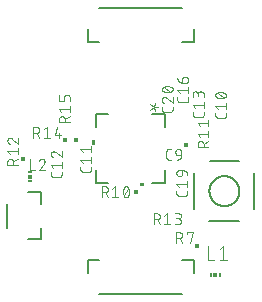
<source format=gbr>
G04 EAGLE Gerber RS-274X export*
G75*
%MOMM*%
%FSLAX34Y34*%
%LPD*%
%INSilkscreen Top*%
%IPPOS*%
%AMOC8*
5,1,8,0,0,1.08239X$1,22.5*%
G01*
%ADD10C,0.152400*%
%ADD11C,0.076200*%
%ADD12R,0.300000X0.300000*%
%ADD13R,0.300000X0.150000*%
%ADD14C,0.203200*%
%ADD15R,0.150000X0.300000*%
%ADD16C,0.101600*%

G36*
X86462Y129970D02*
X86462Y129970D01*
X86464Y129969D01*
X86507Y129989D01*
X86551Y130007D01*
X86551Y130009D01*
X86553Y130010D01*
X86586Y130095D01*
X86586Y133905D01*
X86585Y133907D01*
X86586Y133909D01*
X86566Y133952D01*
X86548Y133996D01*
X86546Y133996D01*
X86545Y133998D01*
X86460Y134031D01*
X83920Y134031D01*
X83918Y134030D01*
X83916Y134031D01*
X83873Y134011D01*
X83829Y133993D01*
X83829Y133991D01*
X83827Y133990D01*
X83794Y133905D01*
X83794Y130095D01*
X83795Y130093D01*
X83794Y130091D01*
X83814Y130048D01*
X83832Y130004D01*
X83834Y130004D01*
X83835Y130002D01*
X83920Y129969D01*
X86460Y129969D01*
X86462Y129970D01*
G37*
G36*
X127907Y94795D02*
X127907Y94795D01*
X127909Y94794D01*
X127952Y94814D01*
X127996Y94832D01*
X127996Y94834D01*
X127998Y94835D01*
X128031Y94920D01*
X128031Y97460D01*
X128030Y97462D01*
X128031Y97464D01*
X128011Y97507D01*
X127993Y97551D01*
X127991Y97551D01*
X127990Y97553D01*
X127905Y97586D01*
X124095Y97586D01*
X124093Y97585D01*
X124091Y97586D01*
X124048Y97566D01*
X124004Y97548D01*
X124004Y97546D01*
X124002Y97545D01*
X123969Y97460D01*
X123969Y94920D01*
X123970Y94918D01*
X123969Y94916D01*
X123989Y94873D01*
X124007Y94829D01*
X124009Y94829D01*
X124010Y94827D01*
X124095Y94794D01*
X127905Y94794D01*
X127907Y94795D01*
G37*
D10*
X40850Y90000D02*
X40850Y80000D01*
X40850Y60000D02*
X40850Y50000D01*
X29600Y50000D01*
X11850Y60000D02*
X11850Y80000D01*
X29600Y90000D02*
X40850Y90000D01*
X80000Y32850D02*
X90000Y32850D01*
X160000Y32850D02*
X170000Y32850D01*
X170000Y21600D01*
X160000Y3850D02*
X90000Y3850D01*
X80000Y21600D02*
X80000Y32850D01*
X160000Y217150D02*
X170000Y217150D01*
X90000Y217150D02*
X80000Y217150D01*
X80000Y228400D01*
X90000Y246150D02*
X160000Y246150D01*
X170000Y228400D02*
X170000Y217150D01*
X86790Y156210D02*
X86790Y145542D01*
X86790Y97790D02*
X97458Y97790D01*
X145210Y97790D02*
X145210Y108458D01*
X145210Y156210D02*
X134542Y156210D01*
X97458Y156210D02*
X86790Y156210D01*
X86790Y108458D02*
X86790Y97790D01*
X134542Y97790D02*
X145210Y97790D01*
X145210Y145542D02*
X145210Y156210D01*
D11*
X139989Y162087D02*
X136010Y162087D01*
X133025Y159766D01*
X136010Y162087D02*
X133025Y164409D01*
X136010Y162087D02*
X137336Y158440D01*
X136010Y162087D02*
X137336Y165735D01*
D12*
X121000Y90000D03*
D11*
X92031Y85731D02*
X92031Y94969D01*
X94597Y94969D01*
X94696Y94967D01*
X94796Y94961D01*
X94895Y94952D01*
X94993Y94938D01*
X95091Y94921D01*
X95189Y94900D01*
X95285Y94875D01*
X95380Y94846D01*
X95475Y94814D01*
X95567Y94778D01*
X95659Y94739D01*
X95749Y94696D01*
X95837Y94650D01*
X95923Y94600D01*
X96007Y94547D01*
X96089Y94491D01*
X96169Y94431D01*
X96246Y94369D01*
X96321Y94303D01*
X96394Y94235D01*
X96463Y94164D01*
X96530Y94090D01*
X96594Y94014D01*
X96655Y93935D01*
X96713Y93854D01*
X96768Y93771D01*
X96819Y93686D01*
X96867Y93599D01*
X96912Y93510D01*
X96953Y93419D01*
X96991Y93327D01*
X97025Y93234D01*
X97055Y93139D01*
X97082Y93043D01*
X97105Y92946D01*
X97124Y92849D01*
X97139Y92750D01*
X97151Y92651D01*
X97159Y92552D01*
X97163Y92453D01*
X97163Y92353D01*
X97159Y92254D01*
X97151Y92155D01*
X97139Y92056D01*
X97124Y91957D01*
X97105Y91860D01*
X97082Y91763D01*
X97055Y91667D01*
X97025Y91572D01*
X96991Y91479D01*
X96953Y91387D01*
X96912Y91296D01*
X96867Y91207D01*
X96819Y91120D01*
X96768Y91035D01*
X96713Y90952D01*
X96655Y90871D01*
X96594Y90792D01*
X96530Y90716D01*
X96463Y90642D01*
X96394Y90571D01*
X96321Y90503D01*
X96246Y90437D01*
X96169Y90375D01*
X96089Y90315D01*
X96007Y90259D01*
X95923Y90206D01*
X95837Y90156D01*
X95749Y90110D01*
X95659Y90067D01*
X95567Y90028D01*
X95475Y89992D01*
X95380Y89960D01*
X95285Y89931D01*
X95189Y89906D01*
X95091Y89885D01*
X94993Y89868D01*
X94895Y89854D01*
X94796Y89845D01*
X94696Y89839D01*
X94597Y89837D01*
X92031Y89837D01*
X95110Y89837D02*
X97163Y85731D01*
X100974Y92916D02*
X103540Y94969D01*
X103540Y85731D01*
X100974Y85731D02*
X106107Y85731D01*
X109974Y90350D02*
X109976Y90532D01*
X109983Y90713D01*
X109994Y90895D01*
X110009Y91076D01*
X110028Y91257D01*
X110052Y91437D01*
X110080Y91616D01*
X110112Y91795D01*
X110149Y91973D01*
X110190Y92150D01*
X110235Y92326D01*
X110284Y92501D01*
X110338Y92675D01*
X110395Y92847D01*
X110457Y93018D01*
X110523Y93188D01*
X110592Y93356D01*
X110666Y93522D01*
X110744Y93686D01*
X110773Y93765D01*
X110805Y93842D01*
X110841Y93919D01*
X110880Y93993D01*
X110923Y94066D01*
X110969Y94136D01*
X111017Y94205D01*
X111069Y94271D01*
X111124Y94335D01*
X111181Y94397D01*
X111241Y94455D01*
X111304Y94512D01*
X111369Y94565D01*
X111436Y94615D01*
X111506Y94663D01*
X111577Y94707D01*
X111651Y94748D01*
X111726Y94786D01*
X111803Y94820D01*
X111881Y94851D01*
X111960Y94878D01*
X112041Y94902D01*
X112123Y94923D01*
X112205Y94939D01*
X112288Y94952D01*
X112372Y94962D01*
X112456Y94967D01*
X112540Y94969D01*
X112624Y94967D01*
X112708Y94962D01*
X112792Y94952D01*
X112875Y94939D01*
X112957Y94923D01*
X113039Y94902D01*
X113120Y94878D01*
X113199Y94851D01*
X113277Y94820D01*
X113354Y94786D01*
X113429Y94748D01*
X113503Y94707D01*
X113574Y94663D01*
X113644Y94615D01*
X113711Y94565D01*
X113776Y94512D01*
X113839Y94455D01*
X113899Y94396D01*
X113956Y94335D01*
X114011Y94271D01*
X114063Y94205D01*
X114111Y94136D01*
X114157Y94066D01*
X114200Y93993D01*
X114239Y93918D01*
X114275Y93842D01*
X114307Y93765D01*
X114336Y93686D01*
X114337Y93686D02*
X114415Y93522D01*
X114489Y93356D01*
X114558Y93188D01*
X114624Y93018D01*
X114686Y92847D01*
X114743Y92675D01*
X114797Y92501D01*
X114846Y92326D01*
X114891Y92150D01*
X114932Y91973D01*
X114969Y91795D01*
X115001Y91616D01*
X115029Y91437D01*
X115053Y91257D01*
X115072Y91076D01*
X115087Y90895D01*
X115098Y90713D01*
X115105Y90532D01*
X115107Y90350D01*
X109975Y90350D02*
X109977Y90168D01*
X109984Y89987D01*
X109995Y89805D01*
X110010Y89624D01*
X110029Y89443D01*
X110053Y89263D01*
X110081Y89084D01*
X110113Y88905D01*
X110150Y88727D01*
X110191Y88550D01*
X110236Y88374D01*
X110285Y88199D01*
X110339Y88025D01*
X110396Y87853D01*
X110458Y87682D01*
X110524Y87512D01*
X110593Y87345D01*
X110667Y87178D01*
X110745Y87014D01*
X110744Y87014D02*
X110773Y86935D01*
X110805Y86858D01*
X110841Y86781D01*
X110880Y86707D01*
X110923Y86634D01*
X110969Y86564D01*
X111017Y86495D01*
X111069Y86429D01*
X111124Y86365D01*
X111181Y86303D01*
X111241Y86245D01*
X111304Y86188D01*
X111369Y86135D01*
X111436Y86085D01*
X111506Y86037D01*
X111577Y85993D01*
X111651Y85952D01*
X111726Y85914D01*
X111803Y85880D01*
X111881Y85849D01*
X111960Y85822D01*
X112041Y85798D01*
X112123Y85777D01*
X112205Y85761D01*
X112288Y85748D01*
X112372Y85738D01*
X112456Y85733D01*
X112540Y85731D01*
X114337Y87014D02*
X114415Y87178D01*
X114489Y87344D01*
X114558Y87512D01*
X114624Y87682D01*
X114686Y87853D01*
X114743Y88025D01*
X114797Y88199D01*
X114846Y88374D01*
X114891Y88550D01*
X114932Y88727D01*
X114969Y88905D01*
X115001Y89084D01*
X115029Y89263D01*
X115053Y89443D01*
X115072Y89624D01*
X115087Y89805D01*
X115098Y89987D01*
X115105Y90168D01*
X115107Y90350D01*
X114336Y87014D02*
X114307Y86935D01*
X114275Y86858D01*
X114239Y86781D01*
X114200Y86707D01*
X114157Y86634D01*
X114111Y86564D01*
X114063Y86495D01*
X114011Y86429D01*
X113956Y86365D01*
X113899Y86303D01*
X113839Y86245D01*
X113776Y86188D01*
X113711Y86135D01*
X113644Y86085D01*
X113574Y86037D01*
X113503Y85993D01*
X113429Y85952D01*
X113354Y85914D01*
X113277Y85880D01*
X113199Y85849D01*
X113120Y85822D01*
X113039Y85798D01*
X112957Y85777D01*
X112875Y85761D01*
X112792Y85748D01*
X112708Y85738D01*
X112624Y85733D01*
X112540Y85731D01*
X110488Y87784D02*
X114593Y92916D01*
X148764Y117431D02*
X150817Y117431D01*
X148764Y117431D02*
X148674Y117433D01*
X148585Y117439D01*
X148496Y117449D01*
X148408Y117462D01*
X148320Y117480D01*
X148233Y117501D01*
X148147Y117526D01*
X148062Y117555D01*
X147978Y117587D01*
X147896Y117623D01*
X147816Y117663D01*
X147738Y117706D01*
X147661Y117753D01*
X147586Y117802D01*
X147514Y117855D01*
X147444Y117911D01*
X147377Y117970D01*
X147312Y118032D01*
X147250Y118097D01*
X147191Y118164D01*
X147135Y118234D01*
X147082Y118306D01*
X147033Y118381D01*
X146986Y118458D01*
X146943Y118536D01*
X146903Y118616D01*
X146867Y118698D01*
X146835Y118782D01*
X146806Y118867D01*
X146781Y118953D01*
X146760Y119040D01*
X146742Y119128D01*
X146729Y119216D01*
X146719Y119305D01*
X146713Y119394D01*
X146711Y119484D01*
X146711Y124616D01*
X146713Y124706D01*
X146719Y124795D01*
X146729Y124884D01*
X146742Y124972D01*
X146760Y125060D01*
X146781Y125147D01*
X146806Y125233D01*
X146835Y125318D01*
X146867Y125402D01*
X146903Y125484D01*
X146943Y125564D01*
X146986Y125642D01*
X147033Y125719D01*
X147082Y125794D01*
X147135Y125866D01*
X147191Y125936D01*
X147250Y126003D01*
X147312Y126068D01*
X147377Y126130D01*
X147444Y126189D01*
X147514Y126245D01*
X147586Y126298D01*
X147661Y126347D01*
X147737Y126394D01*
X147816Y126437D01*
X147896Y126477D01*
X147978Y126513D01*
X148062Y126545D01*
X148147Y126574D01*
X148233Y126599D01*
X148320Y126620D01*
X148407Y126638D01*
X148496Y126651D01*
X148585Y126661D01*
X148674Y126667D01*
X148764Y126669D01*
X150817Y126669D01*
X156290Y121537D02*
X159369Y121537D01*
X156290Y121537D02*
X156200Y121539D01*
X156111Y121545D01*
X156022Y121555D01*
X155933Y121568D01*
X155846Y121586D01*
X155759Y121607D01*
X155673Y121632D01*
X155588Y121661D01*
X155504Y121693D01*
X155422Y121729D01*
X155342Y121769D01*
X155263Y121812D01*
X155187Y121859D01*
X155112Y121908D01*
X155040Y121961D01*
X154970Y122017D01*
X154903Y122076D01*
X154838Y122138D01*
X154776Y122203D01*
X154717Y122270D01*
X154661Y122340D01*
X154608Y122412D01*
X154559Y122487D01*
X154512Y122564D01*
X154469Y122642D01*
X154429Y122722D01*
X154393Y122804D01*
X154361Y122888D01*
X154332Y122973D01*
X154307Y123059D01*
X154286Y123146D01*
X154268Y123234D01*
X154255Y123322D01*
X154245Y123411D01*
X154239Y123500D01*
X154237Y123590D01*
X154237Y124103D01*
X154239Y124202D01*
X154245Y124302D01*
X154254Y124401D01*
X154268Y124499D01*
X154285Y124597D01*
X154306Y124695D01*
X154331Y124791D01*
X154360Y124886D01*
X154392Y124981D01*
X154428Y125073D01*
X154467Y125165D01*
X154510Y125255D01*
X154556Y125343D01*
X154606Y125429D01*
X154659Y125513D01*
X154715Y125595D01*
X154775Y125675D01*
X154837Y125752D01*
X154903Y125827D01*
X154971Y125900D01*
X155042Y125969D01*
X155116Y126036D01*
X155192Y126100D01*
X155271Y126161D01*
X155352Y126219D01*
X155435Y126274D01*
X155520Y126325D01*
X155607Y126373D01*
X155696Y126418D01*
X155787Y126459D01*
X155879Y126497D01*
X155972Y126531D01*
X156067Y126561D01*
X156163Y126588D01*
X156260Y126611D01*
X156357Y126630D01*
X156456Y126645D01*
X156555Y126657D01*
X156654Y126665D01*
X156753Y126669D01*
X156853Y126669D01*
X156952Y126665D01*
X157051Y126657D01*
X157150Y126645D01*
X157249Y126630D01*
X157346Y126611D01*
X157443Y126588D01*
X157539Y126561D01*
X157634Y126531D01*
X157727Y126497D01*
X157819Y126459D01*
X157910Y126418D01*
X157999Y126373D01*
X158086Y126325D01*
X158171Y126274D01*
X158254Y126219D01*
X158335Y126161D01*
X158414Y126100D01*
X158490Y126036D01*
X158564Y125969D01*
X158635Y125900D01*
X158703Y125827D01*
X158769Y125752D01*
X158831Y125675D01*
X158891Y125595D01*
X158947Y125513D01*
X159000Y125429D01*
X159050Y125343D01*
X159096Y125255D01*
X159139Y125165D01*
X159178Y125073D01*
X159214Y124981D01*
X159246Y124886D01*
X159275Y124791D01*
X159300Y124695D01*
X159321Y124597D01*
X159338Y124499D01*
X159352Y124401D01*
X159361Y124302D01*
X159367Y124202D01*
X159369Y124103D01*
X159369Y121537D01*
X159367Y121411D01*
X159361Y121284D01*
X159351Y121158D01*
X159338Y121032D01*
X159320Y120907D01*
X159299Y120783D01*
X159274Y120659D01*
X159245Y120535D01*
X159212Y120413D01*
X159176Y120292D01*
X159136Y120172D01*
X159092Y120054D01*
X159044Y119937D01*
X158993Y119821D01*
X158939Y119707D01*
X158880Y119594D01*
X158819Y119484D01*
X158754Y119375D01*
X158686Y119269D01*
X158614Y119165D01*
X158540Y119063D01*
X158462Y118963D01*
X158381Y118866D01*
X158297Y118771D01*
X158211Y118679D01*
X158121Y118589D01*
X158029Y118503D01*
X157934Y118419D01*
X157837Y118338D01*
X157737Y118260D01*
X157635Y118186D01*
X157531Y118114D01*
X157425Y118046D01*
X157316Y117981D01*
X157206Y117920D01*
X157093Y117861D01*
X156979Y117807D01*
X156863Y117756D01*
X156746Y117708D01*
X156628Y117664D01*
X156508Y117624D01*
X156387Y117588D01*
X156265Y117555D01*
X156141Y117526D01*
X156017Y117501D01*
X155893Y117480D01*
X155768Y117462D01*
X155642Y117449D01*
X155516Y117439D01*
X155389Y117433D01*
X155263Y117431D01*
X197269Y155084D02*
X197269Y157137D01*
X197269Y155084D02*
X197267Y154994D01*
X197261Y154905D01*
X197251Y154816D01*
X197238Y154728D01*
X197220Y154640D01*
X197199Y154553D01*
X197174Y154467D01*
X197145Y154382D01*
X197113Y154298D01*
X197077Y154216D01*
X197037Y154136D01*
X196994Y154058D01*
X196947Y153981D01*
X196898Y153906D01*
X196845Y153834D01*
X196789Y153764D01*
X196730Y153697D01*
X196668Y153632D01*
X196603Y153570D01*
X196536Y153511D01*
X196466Y153455D01*
X196394Y153402D01*
X196319Y153353D01*
X196243Y153306D01*
X196164Y153263D01*
X196084Y153223D01*
X196002Y153187D01*
X195918Y153155D01*
X195833Y153126D01*
X195747Y153101D01*
X195660Y153080D01*
X195572Y153062D01*
X195484Y153049D01*
X195395Y153039D01*
X195306Y153033D01*
X195216Y153031D01*
X190084Y153031D01*
X189994Y153033D01*
X189905Y153039D01*
X189816Y153049D01*
X189728Y153062D01*
X189640Y153080D01*
X189553Y153101D01*
X189467Y153126D01*
X189382Y153155D01*
X189298Y153187D01*
X189216Y153223D01*
X189136Y153263D01*
X189058Y153306D01*
X188981Y153353D01*
X188906Y153402D01*
X188834Y153455D01*
X188764Y153511D01*
X188697Y153570D01*
X188632Y153632D01*
X188570Y153697D01*
X188511Y153764D01*
X188455Y153834D01*
X188402Y153906D01*
X188353Y153981D01*
X188306Y154057D01*
X188263Y154136D01*
X188223Y154216D01*
X188187Y154298D01*
X188155Y154382D01*
X188126Y154467D01*
X188101Y154553D01*
X188080Y154640D01*
X188062Y154727D01*
X188049Y154816D01*
X188039Y154905D01*
X188033Y154994D01*
X188031Y155084D01*
X188031Y157137D01*
X190084Y160556D02*
X188031Y163123D01*
X197269Y163123D01*
X197269Y165689D02*
X197269Y160556D01*
X192650Y169556D02*
X192468Y169558D01*
X192287Y169565D01*
X192105Y169576D01*
X191924Y169591D01*
X191743Y169610D01*
X191563Y169634D01*
X191384Y169662D01*
X191205Y169694D01*
X191027Y169731D01*
X190850Y169772D01*
X190674Y169817D01*
X190499Y169866D01*
X190325Y169920D01*
X190153Y169977D01*
X189982Y170039D01*
X189812Y170105D01*
X189644Y170174D01*
X189478Y170248D01*
X189314Y170326D01*
X189314Y170327D02*
X189235Y170356D01*
X189158Y170388D01*
X189081Y170424D01*
X189007Y170463D01*
X188934Y170506D01*
X188864Y170552D01*
X188795Y170600D01*
X188729Y170652D01*
X188665Y170707D01*
X188603Y170764D01*
X188545Y170824D01*
X188488Y170887D01*
X188435Y170952D01*
X188385Y171019D01*
X188337Y171089D01*
X188293Y171160D01*
X188252Y171234D01*
X188214Y171309D01*
X188180Y171386D01*
X188149Y171464D01*
X188122Y171543D01*
X188098Y171624D01*
X188077Y171706D01*
X188061Y171788D01*
X188048Y171871D01*
X188038Y171955D01*
X188033Y172039D01*
X188031Y172123D01*
X188033Y172207D01*
X188038Y172291D01*
X188048Y172375D01*
X188061Y172458D01*
X188077Y172540D01*
X188098Y172622D01*
X188122Y172703D01*
X188149Y172782D01*
X188180Y172860D01*
X188214Y172937D01*
X188252Y173012D01*
X188293Y173086D01*
X188337Y173157D01*
X188385Y173227D01*
X188435Y173294D01*
X188488Y173359D01*
X188545Y173422D01*
X188604Y173482D01*
X188665Y173539D01*
X188729Y173594D01*
X188795Y173646D01*
X188864Y173694D01*
X188934Y173740D01*
X189007Y173783D01*
X189082Y173822D01*
X189158Y173858D01*
X189235Y173890D01*
X189314Y173919D01*
X189478Y173997D01*
X189644Y174071D01*
X189812Y174140D01*
X189982Y174206D01*
X190153Y174268D01*
X190325Y174325D01*
X190499Y174379D01*
X190674Y174428D01*
X190850Y174473D01*
X191027Y174514D01*
X191205Y174551D01*
X191384Y174583D01*
X191563Y174611D01*
X191743Y174635D01*
X191924Y174654D01*
X192105Y174669D01*
X192287Y174680D01*
X192468Y174687D01*
X192650Y174689D01*
X192650Y169556D02*
X192832Y169558D01*
X193013Y169565D01*
X193195Y169576D01*
X193376Y169591D01*
X193557Y169610D01*
X193737Y169634D01*
X193916Y169662D01*
X194095Y169694D01*
X194273Y169731D01*
X194450Y169772D01*
X194626Y169817D01*
X194801Y169866D01*
X194975Y169920D01*
X195147Y169977D01*
X195318Y170039D01*
X195488Y170105D01*
X195656Y170174D01*
X195822Y170248D01*
X195986Y170326D01*
X195986Y170327D02*
X196065Y170356D01*
X196142Y170388D01*
X196219Y170424D01*
X196293Y170463D01*
X196366Y170506D01*
X196436Y170552D01*
X196505Y170600D01*
X196571Y170652D01*
X196635Y170707D01*
X196697Y170764D01*
X196755Y170824D01*
X196812Y170887D01*
X196865Y170952D01*
X196915Y171019D01*
X196963Y171089D01*
X197007Y171160D01*
X197048Y171234D01*
X197086Y171309D01*
X197120Y171386D01*
X197151Y171464D01*
X197178Y171543D01*
X197202Y171624D01*
X197223Y171706D01*
X197239Y171788D01*
X197252Y171871D01*
X197262Y171955D01*
X197267Y172039D01*
X197269Y172123D01*
X195986Y173919D02*
X195822Y173997D01*
X195656Y174071D01*
X195488Y174140D01*
X195318Y174206D01*
X195147Y174268D01*
X194975Y174325D01*
X194801Y174379D01*
X194626Y174428D01*
X194450Y174473D01*
X194273Y174514D01*
X194095Y174551D01*
X193916Y174583D01*
X193737Y174611D01*
X193557Y174635D01*
X193376Y174654D01*
X193195Y174669D01*
X193013Y174680D01*
X192832Y174687D01*
X192650Y174689D01*
X195986Y173919D02*
X196065Y173890D01*
X196142Y173858D01*
X196219Y173822D01*
X196293Y173783D01*
X196366Y173740D01*
X196436Y173694D01*
X196505Y173646D01*
X196571Y173594D01*
X196635Y173539D01*
X196697Y173482D01*
X196755Y173422D01*
X196812Y173359D01*
X196865Y173294D01*
X196915Y173227D01*
X196963Y173157D01*
X197007Y173086D01*
X197048Y173012D01*
X197086Y172937D01*
X197120Y172860D01*
X197151Y172782D01*
X197178Y172703D01*
X197202Y172622D01*
X197223Y172540D01*
X197239Y172458D01*
X197252Y172375D01*
X197262Y172291D01*
X197267Y172207D01*
X197269Y172123D01*
X195216Y170070D02*
X190084Y174175D01*
D12*
X25000Y118000D03*
D11*
X21269Y113031D02*
X12031Y113031D01*
X12031Y115597D01*
X12033Y115696D01*
X12039Y115796D01*
X12048Y115895D01*
X12062Y115993D01*
X12079Y116091D01*
X12100Y116189D01*
X12125Y116285D01*
X12154Y116380D01*
X12186Y116475D01*
X12222Y116567D01*
X12261Y116659D01*
X12304Y116749D01*
X12350Y116837D01*
X12400Y116923D01*
X12453Y117007D01*
X12509Y117089D01*
X12569Y117169D01*
X12631Y117246D01*
X12697Y117321D01*
X12765Y117394D01*
X12836Y117463D01*
X12910Y117530D01*
X12986Y117594D01*
X13065Y117655D01*
X13146Y117713D01*
X13229Y117768D01*
X13314Y117819D01*
X13401Y117867D01*
X13490Y117912D01*
X13581Y117953D01*
X13673Y117991D01*
X13766Y118025D01*
X13861Y118055D01*
X13957Y118082D01*
X14054Y118105D01*
X14151Y118124D01*
X14250Y118139D01*
X14349Y118151D01*
X14448Y118159D01*
X14547Y118163D01*
X14647Y118163D01*
X14746Y118159D01*
X14845Y118151D01*
X14944Y118139D01*
X15043Y118124D01*
X15140Y118105D01*
X15237Y118082D01*
X15333Y118055D01*
X15428Y118025D01*
X15521Y117991D01*
X15613Y117953D01*
X15704Y117912D01*
X15793Y117867D01*
X15880Y117819D01*
X15965Y117768D01*
X16048Y117713D01*
X16129Y117655D01*
X16208Y117594D01*
X16284Y117530D01*
X16358Y117463D01*
X16429Y117394D01*
X16497Y117321D01*
X16563Y117246D01*
X16625Y117169D01*
X16685Y117089D01*
X16741Y117007D01*
X16794Y116923D01*
X16844Y116837D01*
X16890Y116749D01*
X16933Y116659D01*
X16972Y116567D01*
X17008Y116475D01*
X17040Y116380D01*
X17069Y116285D01*
X17094Y116189D01*
X17115Y116091D01*
X17132Y115993D01*
X17146Y115895D01*
X17155Y115796D01*
X17161Y115696D01*
X17163Y115597D01*
X17163Y113031D01*
X17163Y116110D02*
X21269Y118163D01*
X14084Y121974D02*
X12031Y124540D01*
X21269Y124540D01*
X21269Y121974D02*
X21269Y127107D01*
X14341Y136107D02*
X14246Y136105D01*
X14150Y136099D01*
X14055Y136089D01*
X13961Y136075D01*
X13867Y136058D01*
X13774Y136036D01*
X13682Y136011D01*
X13591Y135982D01*
X13501Y135949D01*
X13413Y135912D01*
X13326Y135872D01*
X13242Y135829D01*
X13159Y135781D01*
X13078Y135731D01*
X12999Y135677D01*
X12922Y135620D01*
X12848Y135560D01*
X12777Y135497D01*
X12708Y135430D01*
X12642Y135362D01*
X12578Y135290D01*
X12518Y135216D01*
X12461Y135139D01*
X12407Y135060D01*
X12357Y134979D01*
X12309Y134896D01*
X12266Y134812D01*
X12226Y134725D01*
X12189Y134637D01*
X12156Y134547D01*
X12127Y134456D01*
X12102Y134364D01*
X12080Y134271D01*
X12063Y134177D01*
X12049Y134083D01*
X12039Y133988D01*
X12033Y133893D01*
X12031Y133797D01*
X12033Y133691D01*
X12039Y133584D01*
X12048Y133478D01*
X12062Y133372D01*
X12079Y133267D01*
X12100Y133162D01*
X12124Y133059D01*
X12153Y132956D01*
X12185Y132854D01*
X12220Y132754D01*
X12260Y132655D01*
X12303Y132557D01*
X12349Y132461D01*
X12399Y132367D01*
X12452Y132274D01*
X12508Y132184D01*
X12568Y132095D01*
X12630Y132009D01*
X12696Y131925D01*
X12765Y131844D01*
X12836Y131765D01*
X12911Y131688D01*
X12988Y131615D01*
X13068Y131544D01*
X13150Y131476D01*
X13234Y131411D01*
X13321Y131349D01*
X13410Y131291D01*
X13501Y131235D01*
X13594Y131183D01*
X13689Y131134D01*
X13786Y131089D01*
X13884Y131047D01*
X13983Y131009D01*
X14084Y130974D01*
X16138Y135337D02*
X16070Y135405D01*
X16000Y135470D01*
X15928Y135533D01*
X15853Y135593D01*
X15776Y135650D01*
X15697Y135703D01*
X15616Y135754D01*
X15533Y135802D01*
X15449Y135846D01*
X15362Y135887D01*
X15274Y135925D01*
X15185Y135959D01*
X15094Y135990D01*
X15003Y136017D01*
X14910Y136041D01*
X14816Y136061D01*
X14722Y136078D01*
X14627Y136090D01*
X14532Y136100D01*
X14437Y136105D01*
X14341Y136107D01*
X16137Y135337D02*
X21269Y130974D01*
X21269Y136107D01*
X136031Y71969D02*
X136031Y62731D01*
X136031Y71969D02*
X138597Y71969D01*
X138696Y71967D01*
X138796Y71961D01*
X138895Y71952D01*
X138993Y71938D01*
X139091Y71921D01*
X139189Y71900D01*
X139285Y71875D01*
X139380Y71846D01*
X139475Y71814D01*
X139567Y71778D01*
X139659Y71739D01*
X139749Y71696D01*
X139837Y71650D01*
X139923Y71600D01*
X140007Y71547D01*
X140089Y71491D01*
X140169Y71431D01*
X140246Y71369D01*
X140321Y71303D01*
X140394Y71235D01*
X140463Y71164D01*
X140530Y71090D01*
X140594Y71014D01*
X140655Y70935D01*
X140713Y70854D01*
X140768Y70771D01*
X140819Y70686D01*
X140867Y70599D01*
X140912Y70510D01*
X140953Y70419D01*
X140991Y70327D01*
X141025Y70234D01*
X141055Y70139D01*
X141082Y70043D01*
X141105Y69946D01*
X141124Y69849D01*
X141139Y69750D01*
X141151Y69651D01*
X141159Y69552D01*
X141163Y69453D01*
X141163Y69353D01*
X141159Y69254D01*
X141151Y69155D01*
X141139Y69056D01*
X141124Y68957D01*
X141105Y68860D01*
X141082Y68763D01*
X141055Y68667D01*
X141025Y68572D01*
X140991Y68479D01*
X140953Y68387D01*
X140912Y68296D01*
X140867Y68207D01*
X140819Y68120D01*
X140768Y68035D01*
X140713Y67952D01*
X140655Y67871D01*
X140594Y67792D01*
X140530Y67716D01*
X140463Y67642D01*
X140394Y67571D01*
X140321Y67503D01*
X140246Y67437D01*
X140169Y67375D01*
X140089Y67315D01*
X140007Y67259D01*
X139923Y67206D01*
X139837Y67156D01*
X139749Y67110D01*
X139659Y67067D01*
X139567Y67028D01*
X139475Y66992D01*
X139380Y66960D01*
X139285Y66931D01*
X139189Y66906D01*
X139091Y66885D01*
X138993Y66868D01*
X138895Y66854D01*
X138796Y66845D01*
X138696Y66839D01*
X138597Y66837D01*
X136031Y66837D01*
X139110Y66837D02*
X141163Y62731D01*
X144974Y69916D02*
X147540Y71969D01*
X147540Y62731D01*
X144974Y62731D02*
X150107Y62731D01*
X153974Y62731D02*
X156540Y62731D01*
X156639Y62733D01*
X156739Y62739D01*
X156838Y62748D01*
X156936Y62762D01*
X157034Y62779D01*
X157132Y62800D01*
X157228Y62825D01*
X157323Y62854D01*
X157418Y62886D01*
X157510Y62922D01*
X157602Y62961D01*
X157692Y63004D01*
X157780Y63050D01*
X157866Y63100D01*
X157950Y63153D01*
X158032Y63209D01*
X158112Y63269D01*
X158189Y63331D01*
X158264Y63397D01*
X158337Y63465D01*
X158406Y63536D01*
X158473Y63610D01*
X158537Y63686D01*
X158598Y63765D01*
X158656Y63846D01*
X158711Y63929D01*
X158762Y64014D01*
X158810Y64101D01*
X158855Y64190D01*
X158896Y64281D01*
X158934Y64373D01*
X158968Y64466D01*
X158998Y64561D01*
X159025Y64657D01*
X159048Y64754D01*
X159067Y64851D01*
X159082Y64950D01*
X159094Y65049D01*
X159102Y65148D01*
X159106Y65247D01*
X159106Y65347D01*
X159102Y65446D01*
X159094Y65545D01*
X159082Y65644D01*
X159067Y65743D01*
X159048Y65840D01*
X159025Y65937D01*
X158998Y66033D01*
X158968Y66128D01*
X158934Y66221D01*
X158896Y66313D01*
X158855Y66404D01*
X158810Y66493D01*
X158762Y66580D01*
X158711Y66665D01*
X158656Y66748D01*
X158598Y66829D01*
X158537Y66908D01*
X158473Y66984D01*
X158406Y67058D01*
X158337Y67129D01*
X158264Y67197D01*
X158189Y67263D01*
X158112Y67325D01*
X158032Y67385D01*
X157950Y67441D01*
X157866Y67494D01*
X157780Y67544D01*
X157692Y67590D01*
X157602Y67633D01*
X157510Y67672D01*
X157418Y67708D01*
X157323Y67740D01*
X157228Y67769D01*
X157132Y67794D01*
X157034Y67815D01*
X156936Y67832D01*
X156838Y67846D01*
X156739Y67855D01*
X156639Y67861D01*
X156540Y67863D01*
X157054Y71969D02*
X153974Y71969D01*
X157054Y71969D02*
X157144Y71967D01*
X157233Y71961D01*
X157322Y71951D01*
X157410Y71938D01*
X157498Y71920D01*
X157585Y71899D01*
X157671Y71874D01*
X157756Y71845D01*
X157840Y71813D01*
X157922Y71777D01*
X158002Y71737D01*
X158081Y71694D01*
X158157Y71647D01*
X158232Y71598D01*
X158304Y71545D01*
X158374Y71489D01*
X158441Y71430D01*
X158506Y71368D01*
X158568Y71303D01*
X158627Y71236D01*
X158683Y71166D01*
X158736Y71094D01*
X158785Y71019D01*
X158832Y70943D01*
X158875Y70864D01*
X158915Y70784D01*
X158951Y70702D01*
X158983Y70618D01*
X159012Y70533D01*
X159037Y70447D01*
X159058Y70360D01*
X159076Y70272D01*
X159089Y70184D01*
X159099Y70095D01*
X159105Y70006D01*
X159107Y69916D01*
X159105Y69826D01*
X159099Y69737D01*
X159089Y69648D01*
X159076Y69560D01*
X159058Y69472D01*
X159037Y69385D01*
X159012Y69299D01*
X158983Y69214D01*
X158951Y69130D01*
X158915Y69048D01*
X158875Y68968D01*
X158832Y68890D01*
X158785Y68813D01*
X158736Y68738D01*
X158683Y68666D01*
X158627Y68596D01*
X158568Y68529D01*
X158506Y68464D01*
X158441Y68402D01*
X158374Y68343D01*
X158304Y68287D01*
X158232Y68234D01*
X158157Y68185D01*
X158081Y68138D01*
X158002Y68095D01*
X157922Y68055D01*
X157840Y68019D01*
X157756Y67987D01*
X157671Y67958D01*
X157585Y67933D01*
X157498Y67912D01*
X157410Y67894D01*
X157322Y67881D01*
X157233Y67871D01*
X157144Y67865D01*
X157054Y67863D01*
X155001Y67863D01*
D12*
X61000Y134000D03*
D11*
X34031Y135931D02*
X34031Y145169D01*
X36597Y145169D01*
X36696Y145167D01*
X36796Y145161D01*
X36895Y145152D01*
X36993Y145138D01*
X37091Y145121D01*
X37189Y145100D01*
X37285Y145075D01*
X37380Y145046D01*
X37475Y145014D01*
X37567Y144978D01*
X37659Y144939D01*
X37749Y144896D01*
X37837Y144850D01*
X37923Y144800D01*
X38007Y144747D01*
X38089Y144691D01*
X38169Y144631D01*
X38246Y144569D01*
X38321Y144503D01*
X38394Y144435D01*
X38463Y144364D01*
X38530Y144290D01*
X38594Y144214D01*
X38655Y144135D01*
X38713Y144054D01*
X38768Y143971D01*
X38819Y143886D01*
X38867Y143799D01*
X38912Y143710D01*
X38953Y143619D01*
X38991Y143527D01*
X39025Y143434D01*
X39055Y143339D01*
X39082Y143243D01*
X39105Y143146D01*
X39124Y143049D01*
X39139Y142950D01*
X39151Y142851D01*
X39159Y142752D01*
X39163Y142653D01*
X39163Y142553D01*
X39159Y142454D01*
X39151Y142355D01*
X39139Y142256D01*
X39124Y142157D01*
X39105Y142060D01*
X39082Y141963D01*
X39055Y141867D01*
X39025Y141772D01*
X38991Y141679D01*
X38953Y141587D01*
X38912Y141496D01*
X38867Y141407D01*
X38819Y141320D01*
X38768Y141235D01*
X38713Y141152D01*
X38655Y141071D01*
X38594Y140992D01*
X38530Y140916D01*
X38463Y140842D01*
X38394Y140771D01*
X38321Y140703D01*
X38246Y140637D01*
X38169Y140575D01*
X38089Y140515D01*
X38007Y140459D01*
X37923Y140406D01*
X37837Y140356D01*
X37749Y140310D01*
X37659Y140267D01*
X37567Y140228D01*
X37475Y140192D01*
X37380Y140160D01*
X37285Y140131D01*
X37189Y140106D01*
X37091Y140085D01*
X36993Y140068D01*
X36895Y140054D01*
X36796Y140045D01*
X36696Y140039D01*
X36597Y140037D01*
X34031Y140037D01*
X37110Y140037D02*
X39163Y135931D01*
X42974Y143116D02*
X45540Y145169D01*
X45540Y135931D01*
X42974Y135931D02*
X48107Y135931D01*
X51974Y137984D02*
X54027Y145169D01*
X51974Y137984D02*
X57107Y137984D01*
X55567Y140037D02*
X55567Y135931D01*
D12*
X70000Y134000D03*
D11*
X64869Y149031D02*
X55631Y149031D01*
X55631Y151597D01*
X55633Y151696D01*
X55639Y151796D01*
X55648Y151895D01*
X55662Y151993D01*
X55679Y152091D01*
X55700Y152189D01*
X55725Y152285D01*
X55754Y152380D01*
X55786Y152475D01*
X55822Y152567D01*
X55861Y152659D01*
X55904Y152749D01*
X55950Y152837D01*
X56000Y152923D01*
X56053Y153007D01*
X56109Y153089D01*
X56169Y153169D01*
X56231Y153246D01*
X56297Y153321D01*
X56365Y153394D01*
X56436Y153463D01*
X56510Y153530D01*
X56586Y153594D01*
X56665Y153655D01*
X56746Y153713D01*
X56829Y153768D01*
X56914Y153819D01*
X57001Y153867D01*
X57090Y153912D01*
X57181Y153953D01*
X57273Y153991D01*
X57366Y154025D01*
X57461Y154055D01*
X57557Y154082D01*
X57654Y154105D01*
X57751Y154124D01*
X57850Y154139D01*
X57949Y154151D01*
X58048Y154159D01*
X58147Y154163D01*
X58247Y154163D01*
X58346Y154159D01*
X58445Y154151D01*
X58544Y154139D01*
X58643Y154124D01*
X58740Y154105D01*
X58837Y154082D01*
X58933Y154055D01*
X59028Y154025D01*
X59121Y153991D01*
X59213Y153953D01*
X59304Y153912D01*
X59393Y153867D01*
X59480Y153819D01*
X59565Y153768D01*
X59648Y153713D01*
X59729Y153655D01*
X59808Y153594D01*
X59884Y153530D01*
X59958Y153463D01*
X60029Y153394D01*
X60097Y153321D01*
X60163Y153246D01*
X60225Y153169D01*
X60285Y153089D01*
X60341Y153007D01*
X60394Y152923D01*
X60444Y152837D01*
X60490Y152749D01*
X60533Y152659D01*
X60572Y152567D01*
X60608Y152475D01*
X60640Y152380D01*
X60669Y152285D01*
X60694Y152189D01*
X60715Y152091D01*
X60732Y151993D01*
X60746Y151895D01*
X60755Y151796D01*
X60761Y151696D01*
X60763Y151597D01*
X60763Y149031D01*
X60763Y152110D02*
X64869Y154163D01*
X57684Y157974D02*
X55631Y160540D01*
X64869Y160540D01*
X64869Y157974D02*
X64869Y163107D01*
X64869Y166974D02*
X64869Y170054D01*
X64867Y170144D01*
X64861Y170233D01*
X64851Y170322D01*
X64838Y170410D01*
X64820Y170498D01*
X64799Y170585D01*
X64774Y170671D01*
X64745Y170756D01*
X64713Y170840D01*
X64677Y170922D01*
X64637Y171002D01*
X64594Y171081D01*
X64547Y171157D01*
X64498Y171232D01*
X64445Y171304D01*
X64389Y171374D01*
X64330Y171441D01*
X64268Y171506D01*
X64203Y171568D01*
X64136Y171627D01*
X64066Y171683D01*
X63994Y171736D01*
X63919Y171785D01*
X63843Y171832D01*
X63764Y171875D01*
X63684Y171915D01*
X63602Y171951D01*
X63518Y171983D01*
X63433Y172012D01*
X63347Y172037D01*
X63260Y172058D01*
X63172Y172076D01*
X63084Y172089D01*
X62995Y172099D01*
X62906Y172105D01*
X62816Y172107D01*
X61790Y172107D01*
X61700Y172105D01*
X61611Y172099D01*
X61522Y172089D01*
X61434Y172076D01*
X61346Y172058D01*
X61259Y172037D01*
X61173Y172012D01*
X61088Y171983D01*
X61004Y171951D01*
X60922Y171915D01*
X60842Y171875D01*
X60764Y171832D01*
X60687Y171785D01*
X60612Y171736D01*
X60540Y171683D01*
X60470Y171627D01*
X60403Y171568D01*
X60338Y171506D01*
X60276Y171441D01*
X60217Y171374D01*
X60161Y171304D01*
X60108Y171232D01*
X60059Y171157D01*
X60012Y171081D01*
X59969Y171002D01*
X59929Y170922D01*
X59893Y170840D01*
X59861Y170756D01*
X59832Y170671D01*
X59807Y170585D01*
X59786Y170498D01*
X59768Y170411D01*
X59755Y170322D01*
X59745Y170233D01*
X59739Y170144D01*
X59737Y170054D01*
X59737Y166974D01*
X55631Y166974D01*
X55631Y172107D01*
X57969Y106917D02*
X57969Y104864D01*
X57967Y104774D01*
X57961Y104685D01*
X57951Y104596D01*
X57938Y104508D01*
X57920Y104420D01*
X57899Y104333D01*
X57874Y104247D01*
X57845Y104162D01*
X57813Y104078D01*
X57777Y103996D01*
X57737Y103916D01*
X57694Y103838D01*
X57647Y103761D01*
X57598Y103686D01*
X57545Y103614D01*
X57489Y103544D01*
X57430Y103477D01*
X57368Y103412D01*
X57303Y103350D01*
X57236Y103291D01*
X57166Y103235D01*
X57094Y103182D01*
X57019Y103133D01*
X56943Y103086D01*
X56864Y103043D01*
X56784Y103003D01*
X56702Y102967D01*
X56618Y102935D01*
X56533Y102906D01*
X56447Y102881D01*
X56360Y102860D01*
X56272Y102842D01*
X56184Y102829D01*
X56095Y102819D01*
X56006Y102813D01*
X55916Y102811D01*
X50784Y102811D01*
X50694Y102813D01*
X50605Y102819D01*
X50516Y102829D01*
X50428Y102842D01*
X50340Y102860D01*
X50253Y102881D01*
X50167Y102906D01*
X50082Y102935D01*
X49998Y102967D01*
X49916Y103003D01*
X49836Y103043D01*
X49758Y103086D01*
X49681Y103133D01*
X49606Y103182D01*
X49534Y103235D01*
X49464Y103291D01*
X49397Y103350D01*
X49332Y103412D01*
X49270Y103477D01*
X49211Y103544D01*
X49155Y103614D01*
X49102Y103686D01*
X49053Y103761D01*
X49006Y103837D01*
X48963Y103916D01*
X48923Y103996D01*
X48887Y104078D01*
X48855Y104162D01*
X48826Y104247D01*
X48801Y104333D01*
X48780Y104420D01*
X48762Y104507D01*
X48749Y104596D01*
X48739Y104685D01*
X48733Y104774D01*
X48731Y104864D01*
X48731Y106917D01*
X50784Y110337D02*
X48731Y112903D01*
X57969Y112903D01*
X57969Y110337D02*
X57969Y115469D01*
X51041Y124469D02*
X50946Y124467D01*
X50850Y124461D01*
X50755Y124451D01*
X50661Y124437D01*
X50567Y124420D01*
X50474Y124398D01*
X50382Y124373D01*
X50291Y124344D01*
X50201Y124311D01*
X50113Y124274D01*
X50026Y124234D01*
X49942Y124191D01*
X49859Y124143D01*
X49778Y124093D01*
X49699Y124039D01*
X49622Y123982D01*
X49548Y123922D01*
X49477Y123859D01*
X49408Y123792D01*
X49342Y123724D01*
X49278Y123652D01*
X49218Y123578D01*
X49161Y123501D01*
X49107Y123422D01*
X49057Y123341D01*
X49009Y123258D01*
X48966Y123174D01*
X48926Y123087D01*
X48889Y122999D01*
X48856Y122909D01*
X48827Y122818D01*
X48802Y122726D01*
X48780Y122633D01*
X48763Y122539D01*
X48749Y122445D01*
X48739Y122350D01*
X48733Y122255D01*
X48731Y122159D01*
X48733Y122053D01*
X48739Y121946D01*
X48748Y121840D01*
X48762Y121734D01*
X48779Y121629D01*
X48800Y121524D01*
X48824Y121421D01*
X48853Y121318D01*
X48885Y121216D01*
X48920Y121116D01*
X48960Y121017D01*
X49003Y120919D01*
X49049Y120823D01*
X49099Y120729D01*
X49152Y120636D01*
X49208Y120546D01*
X49268Y120457D01*
X49330Y120371D01*
X49396Y120287D01*
X49465Y120206D01*
X49536Y120127D01*
X49611Y120050D01*
X49688Y119977D01*
X49768Y119906D01*
X49850Y119838D01*
X49934Y119773D01*
X50021Y119711D01*
X50110Y119653D01*
X50201Y119597D01*
X50294Y119545D01*
X50389Y119496D01*
X50486Y119451D01*
X50584Y119409D01*
X50683Y119371D01*
X50784Y119336D01*
X52838Y123700D02*
X52770Y123768D01*
X52700Y123833D01*
X52628Y123896D01*
X52553Y123956D01*
X52476Y124013D01*
X52397Y124066D01*
X52316Y124117D01*
X52233Y124165D01*
X52149Y124209D01*
X52062Y124250D01*
X51974Y124288D01*
X51885Y124322D01*
X51794Y124353D01*
X51703Y124380D01*
X51610Y124404D01*
X51516Y124424D01*
X51422Y124441D01*
X51327Y124453D01*
X51232Y124463D01*
X51137Y124468D01*
X51041Y124470D01*
X52837Y123699D02*
X57969Y119337D01*
X57969Y124469D01*
X178269Y155684D02*
X178269Y157737D01*
X178269Y155684D02*
X178267Y155594D01*
X178261Y155505D01*
X178251Y155416D01*
X178238Y155328D01*
X178220Y155240D01*
X178199Y155153D01*
X178174Y155067D01*
X178145Y154982D01*
X178113Y154898D01*
X178077Y154816D01*
X178037Y154736D01*
X177994Y154658D01*
X177947Y154581D01*
X177898Y154506D01*
X177845Y154434D01*
X177789Y154364D01*
X177730Y154297D01*
X177668Y154232D01*
X177603Y154170D01*
X177536Y154111D01*
X177466Y154055D01*
X177394Y154002D01*
X177319Y153953D01*
X177243Y153906D01*
X177164Y153863D01*
X177084Y153823D01*
X177002Y153787D01*
X176918Y153755D01*
X176833Y153726D01*
X176747Y153701D01*
X176660Y153680D01*
X176572Y153662D01*
X176484Y153649D01*
X176395Y153639D01*
X176306Y153633D01*
X176216Y153631D01*
X171084Y153631D01*
X170994Y153633D01*
X170905Y153639D01*
X170816Y153649D01*
X170728Y153662D01*
X170640Y153680D01*
X170553Y153701D01*
X170467Y153726D01*
X170382Y153755D01*
X170298Y153787D01*
X170216Y153823D01*
X170136Y153863D01*
X170058Y153906D01*
X169981Y153953D01*
X169906Y154002D01*
X169834Y154055D01*
X169764Y154111D01*
X169697Y154170D01*
X169632Y154232D01*
X169570Y154297D01*
X169511Y154364D01*
X169455Y154434D01*
X169402Y154506D01*
X169353Y154581D01*
X169306Y154657D01*
X169263Y154736D01*
X169223Y154816D01*
X169187Y154898D01*
X169155Y154982D01*
X169126Y155067D01*
X169101Y155153D01*
X169080Y155240D01*
X169062Y155327D01*
X169049Y155416D01*
X169039Y155505D01*
X169033Y155594D01*
X169031Y155684D01*
X169031Y157737D01*
X171084Y161156D02*
X169031Y163723D01*
X178269Y163723D01*
X178269Y166289D02*
X178269Y161156D01*
X178269Y170156D02*
X178269Y172723D01*
X178267Y172822D01*
X178261Y172922D01*
X178252Y173021D01*
X178238Y173119D01*
X178221Y173217D01*
X178200Y173315D01*
X178175Y173411D01*
X178146Y173506D01*
X178114Y173601D01*
X178078Y173693D01*
X178039Y173785D01*
X177996Y173875D01*
X177950Y173963D01*
X177900Y174049D01*
X177847Y174133D01*
X177791Y174215D01*
X177731Y174295D01*
X177669Y174372D01*
X177603Y174447D01*
X177535Y174520D01*
X177464Y174589D01*
X177390Y174656D01*
X177314Y174720D01*
X177235Y174781D01*
X177154Y174839D01*
X177071Y174894D01*
X176986Y174945D01*
X176899Y174993D01*
X176810Y175038D01*
X176719Y175079D01*
X176627Y175117D01*
X176534Y175151D01*
X176439Y175181D01*
X176343Y175208D01*
X176246Y175231D01*
X176149Y175250D01*
X176050Y175265D01*
X175951Y175277D01*
X175852Y175285D01*
X175753Y175289D01*
X175653Y175289D01*
X175554Y175285D01*
X175455Y175277D01*
X175356Y175265D01*
X175257Y175250D01*
X175160Y175231D01*
X175063Y175208D01*
X174967Y175181D01*
X174872Y175151D01*
X174779Y175117D01*
X174687Y175079D01*
X174596Y175038D01*
X174507Y174993D01*
X174420Y174945D01*
X174335Y174894D01*
X174252Y174839D01*
X174171Y174781D01*
X174092Y174720D01*
X174016Y174656D01*
X173942Y174589D01*
X173871Y174520D01*
X173803Y174447D01*
X173737Y174372D01*
X173675Y174295D01*
X173615Y174215D01*
X173559Y174133D01*
X173506Y174049D01*
X173456Y173963D01*
X173410Y173875D01*
X173367Y173785D01*
X173328Y173693D01*
X173292Y173601D01*
X173260Y173506D01*
X173231Y173411D01*
X173206Y173315D01*
X173185Y173217D01*
X173168Y173119D01*
X173154Y173021D01*
X173145Y172922D01*
X173139Y172822D01*
X173137Y172723D01*
X169031Y173236D02*
X169031Y170156D01*
X169031Y173236D02*
X169033Y173326D01*
X169039Y173415D01*
X169049Y173504D01*
X169062Y173592D01*
X169080Y173680D01*
X169101Y173767D01*
X169126Y173853D01*
X169155Y173938D01*
X169187Y174022D01*
X169223Y174104D01*
X169263Y174184D01*
X169306Y174263D01*
X169353Y174339D01*
X169402Y174414D01*
X169455Y174486D01*
X169511Y174556D01*
X169570Y174623D01*
X169632Y174688D01*
X169697Y174750D01*
X169764Y174809D01*
X169834Y174865D01*
X169906Y174918D01*
X169981Y174967D01*
X170058Y175014D01*
X170136Y175057D01*
X170216Y175097D01*
X170298Y175133D01*
X170382Y175165D01*
X170467Y175194D01*
X170553Y175219D01*
X170640Y175240D01*
X170728Y175258D01*
X170816Y175271D01*
X170905Y175281D01*
X170994Y175287D01*
X171084Y175289D01*
X171174Y175287D01*
X171263Y175281D01*
X171352Y175271D01*
X171440Y175258D01*
X171528Y175240D01*
X171615Y175219D01*
X171701Y175194D01*
X171786Y175165D01*
X171870Y175133D01*
X171952Y175097D01*
X172032Y175057D01*
X172111Y175014D01*
X172187Y174967D01*
X172262Y174918D01*
X172334Y174865D01*
X172404Y174809D01*
X172471Y174750D01*
X172536Y174688D01*
X172598Y174623D01*
X172657Y174556D01*
X172713Y174486D01*
X172766Y174414D01*
X172815Y174339D01*
X172862Y174263D01*
X172905Y174184D01*
X172945Y174104D01*
X172981Y174022D01*
X173013Y173938D01*
X173042Y173853D01*
X173067Y173767D01*
X173088Y173680D01*
X173106Y173592D01*
X173119Y173504D01*
X173129Y173415D01*
X173135Y173326D01*
X173137Y173236D01*
X173137Y171183D01*
X82969Y111417D02*
X82969Y109364D01*
X82967Y109274D01*
X82961Y109185D01*
X82951Y109096D01*
X82938Y109008D01*
X82920Y108920D01*
X82899Y108833D01*
X82874Y108747D01*
X82845Y108662D01*
X82813Y108578D01*
X82777Y108496D01*
X82737Y108416D01*
X82694Y108338D01*
X82647Y108261D01*
X82598Y108186D01*
X82545Y108114D01*
X82489Y108044D01*
X82430Y107977D01*
X82368Y107912D01*
X82303Y107850D01*
X82236Y107791D01*
X82166Y107735D01*
X82094Y107682D01*
X82019Y107633D01*
X81943Y107586D01*
X81864Y107543D01*
X81784Y107503D01*
X81702Y107467D01*
X81618Y107435D01*
X81533Y107406D01*
X81447Y107381D01*
X81360Y107360D01*
X81272Y107342D01*
X81184Y107329D01*
X81095Y107319D01*
X81006Y107313D01*
X80916Y107311D01*
X75784Y107311D01*
X75694Y107313D01*
X75605Y107319D01*
X75516Y107329D01*
X75428Y107342D01*
X75340Y107360D01*
X75253Y107381D01*
X75167Y107406D01*
X75082Y107435D01*
X74998Y107467D01*
X74916Y107503D01*
X74836Y107543D01*
X74758Y107586D01*
X74681Y107633D01*
X74606Y107682D01*
X74534Y107735D01*
X74464Y107791D01*
X74397Y107850D01*
X74332Y107912D01*
X74270Y107977D01*
X74211Y108044D01*
X74155Y108114D01*
X74102Y108186D01*
X74053Y108261D01*
X74006Y108337D01*
X73963Y108416D01*
X73923Y108496D01*
X73887Y108578D01*
X73855Y108662D01*
X73826Y108747D01*
X73801Y108833D01*
X73780Y108920D01*
X73762Y109007D01*
X73749Y109096D01*
X73739Y109185D01*
X73733Y109274D01*
X73731Y109364D01*
X73731Y111417D01*
X75784Y114837D02*
X73731Y117403D01*
X82969Y117403D01*
X82969Y114837D02*
X82969Y119969D01*
X75784Y123837D02*
X73731Y126403D01*
X82969Y126403D01*
X82969Y123837D02*
X82969Y128969D01*
D13*
X31100Y99250D03*
X31100Y106750D03*
D12*
X31100Y103000D03*
D11*
X30954Y109031D02*
X30954Y118269D01*
X30954Y109031D02*
X35060Y109031D01*
X43570Y115959D02*
X43568Y116052D01*
X43563Y116145D01*
X43553Y116237D01*
X43540Y116330D01*
X43523Y116421D01*
X43503Y116512D01*
X43479Y116602D01*
X43451Y116691D01*
X43420Y116778D01*
X43385Y116864D01*
X43347Y116949D01*
X43305Y117033D01*
X43261Y117114D01*
X43212Y117194D01*
X43161Y117271D01*
X43107Y117347D01*
X43049Y117420D01*
X42989Y117491D01*
X42926Y117559D01*
X42860Y117625D01*
X42792Y117688D01*
X42721Y117748D01*
X42648Y117806D01*
X42572Y117860D01*
X42495Y117911D01*
X42415Y117960D01*
X42334Y118004D01*
X42250Y118046D01*
X42165Y118084D01*
X42079Y118119D01*
X41992Y118150D01*
X41903Y118178D01*
X41813Y118202D01*
X41722Y118222D01*
X41631Y118239D01*
X41538Y118252D01*
X41446Y118262D01*
X41353Y118267D01*
X41260Y118269D01*
X41153Y118267D01*
X41047Y118261D01*
X40941Y118252D01*
X40835Y118238D01*
X40730Y118221D01*
X40625Y118200D01*
X40522Y118176D01*
X40419Y118147D01*
X40317Y118115D01*
X40217Y118080D01*
X40118Y118040D01*
X40020Y117997D01*
X39924Y117951D01*
X39830Y117901D01*
X39737Y117848D01*
X39647Y117792D01*
X39558Y117732D01*
X39472Y117670D01*
X39388Y117604D01*
X39307Y117535D01*
X39228Y117464D01*
X39151Y117389D01*
X39078Y117312D01*
X39007Y117233D01*
X38939Y117150D01*
X38874Y117066D01*
X38812Y116979D01*
X38754Y116890D01*
X38698Y116799D01*
X38646Y116706D01*
X38597Y116611D01*
X38552Y116515D01*
X38510Y116416D01*
X38472Y116317D01*
X38437Y116216D01*
X42800Y114162D02*
X42868Y114230D01*
X42933Y114300D01*
X42996Y114372D01*
X43056Y114447D01*
X43113Y114524D01*
X43166Y114603D01*
X43217Y114684D01*
X43265Y114767D01*
X43309Y114851D01*
X43350Y114938D01*
X43388Y115026D01*
X43422Y115115D01*
X43453Y115206D01*
X43480Y115297D01*
X43504Y115390D01*
X43524Y115484D01*
X43541Y115578D01*
X43553Y115673D01*
X43563Y115768D01*
X43568Y115863D01*
X43570Y115959D01*
X42799Y114163D02*
X38437Y109031D01*
X43569Y109031D01*
X165269Y168084D02*
X165269Y170137D01*
X165269Y168084D02*
X165267Y167994D01*
X165261Y167905D01*
X165251Y167816D01*
X165238Y167728D01*
X165220Y167640D01*
X165199Y167553D01*
X165174Y167467D01*
X165145Y167382D01*
X165113Y167298D01*
X165077Y167216D01*
X165037Y167136D01*
X164994Y167058D01*
X164947Y166981D01*
X164898Y166906D01*
X164845Y166834D01*
X164789Y166764D01*
X164730Y166697D01*
X164668Y166632D01*
X164603Y166570D01*
X164536Y166511D01*
X164466Y166455D01*
X164394Y166402D01*
X164319Y166353D01*
X164243Y166306D01*
X164164Y166263D01*
X164084Y166223D01*
X164002Y166187D01*
X163918Y166155D01*
X163833Y166126D01*
X163747Y166101D01*
X163660Y166080D01*
X163572Y166062D01*
X163484Y166049D01*
X163395Y166039D01*
X163306Y166033D01*
X163216Y166031D01*
X158084Y166031D01*
X157994Y166033D01*
X157905Y166039D01*
X157816Y166049D01*
X157728Y166062D01*
X157640Y166080D01*
X157553Y166101D01*
X157467Y166126D01*
X157382Y166155D01*
X157298Y166187D01*
X157216Y166223D01*
X157136Y166263D01*
X157058Y166306D01*
X156981Y166353D01*
X156906Y166402D01*
X156834Y166455D01*
X156764Y166511D01*
X156697Y166570D01*
X156632Y166632D01*
X156570Y166697D01*
X156511Y166764D01*
X156455Y166834D01*
X156402Y166906D01*
X156353Y166981D01*
X156306Y167057D01*
X156263Y167136D01*
X156223Y167216D01*
X156187Y167298D01*
X156155Y167382D01*
X156126Y167467D01*
X156101Y167553D01*
X156080Y167640D01*
X156062Y167727D01*
X156049Y167816D01*
X156039Y167905D01*
X156033Y167994D01*
X156031Y168084D01*
X156031Y170137D01*
X158084Y173556D02*
X156031Y176123D01*
X165269Y176123D01*
X165269Y178689D02*
X165269Y173556D01*
X160137Y182556D02*
X160137Y185636D01*
X160139Y185726D01*
X160145Y185815D01*
X160155Y185904D01*
X160168Y185993D01*
X160186Y186080D01*
X160207Y186167D01*
X160232Y186253D01*
X160261Y186338D01*
X160293Y186422D01*
X160329Y186504D01*
X160369Y186584D01*
X160412Y186663D01*
X160459Y186739D01*
X160508Y186814D01*
X160561Y186886D01*
X160617Y186956D01*
X160676Y187023D01*
X160738Y187088D01*
X160803Y187150D01*
X160870Y187209D01*
X160940Y187265D01*
X161012Y187318D01*
X161087Y187367D01*
X161164Y187414D01*
X161242Y187457D01*
X161322Y187497D01*
X161404Y187533D01*
X161488Y187565D01*
X161573Y187594D01*
X161659Y187619D01*
X161746Y187640D01*
X161834Y187658D01*
X161922Y187671D01*
X162011Y187681D01*
X162100Y187687D01*
X162190Y187689D01*
X162703Y187689D01*
X162802Y187687D01*
X162902Y187681D01*
X163001Y187672D01*
X163099Y187658D01*
X163197Y187641D01*
X163295Y187620D01*
X163391Y187595D01*
X163486Y187566D01*
X163581Y187534D01*
X163673Y187498D01*
X163765Y187459D01*
X163855Y187416D01*
X163943Y187370D01*
X164029Y187320D01*
X164113Y187267D01*
X164195Y187211D01*
X164275Y187151D01*
X164352Y187089D01*
X164427Y187023D01*
X164500Y186955D01*
X164569Y186884D01*
X164636Y186810D01*
X164700Y186734D01*
X164761Y186655D01*
X164819Y186574D01*
X164874Y186491D01*
X164925Y186406D01*
X164973Y186319D01*
X165018Y186230D01*
X165059Y186139D01*
X165097Y186047D01*
X165131Y185954D01*
X165161Y185859D01*
X165188Y185763D01*
X165211Y185666D01*
X165230Y185569D01*
X165245Y185470D01*
X165257Y185371D01*
X165265Y185272D01*
X165269Y185173D01*
X165269Y185073D01*
X165265Y184974D01*
X165257Y184875D01*
X165245Y184776D01*
X165230Y184677D01*
X165211Y184580D01*
X165188Y184483D01*
X165161Y184387D01*
X165131Y184292D01*
X165097Y184199D01*
X165059Y184107D01*
X165018Y184016D01*
X164973Y183927D01*
X164925Y183840D01*
X164874Y183755D01*
X164819Y183672D01*
X164761Y183591D01*
X164700Y183512D01*
X164636Y183436D01*
X164569Y183362D01*
X164500Y183291D01*
X164427Y183223D01*
X164352Y183157D01*
X164275Y183095D01*
X164195Y183035D01*
X164113Y182979D01*
X164029Y182926D01*
X163943Y182876D01*
X163855Y182830D01*
X163765Y182787D01*
X163673Y182748D01*
X163581Y182712D01*
X163486Y182680D01*
X163391Y182651D01*
X163295Y182626D01*
X163197Y182605D01*
X163099Y182588D01*
X163001Y182574D01*
X162902Y182565D01*
X162802Y182559D01*
X162703Y182557D01*
X162703Y182556D02*
X160137Y182556D01*
X160011Y182558D01*
X159884Y182564D01*
X159758Y182574D01*
X159632Y182587D01*
X159507Y182605D01*
X159383Y182626D01*
X159259Y182651D01*
X159135Y182680D01*
X159013Y182713D01*
X158892Y182749D01*
X158772Y182789D01*
X158654Y182833D01*
X158537Y182881D01*
X158421Y182932D01*
X158307Y182986D01*
X158194Y183045D01*
X158084Y183106D01*
X157975Y183171D01*
X157869Y183239D01*
X157765Y183311D01*
X157663Y183385D01*
X157563Y183463D01*
X157466Y183544D01*
X157371Y183628D01*
X157279Y183714D01*
X157189Y183804D01*
X157103Y183896D01*
X157019Y183991D01*
X156938Y184088D01*
X156860Y184188D01*
X156786Y184290D01*
X156714Y184394D01*
X156646Y184500D01*
X156581Y184609D01*
X156520Y184719D01*
X156461Y184832D01*
X156407Y184946D01*
X156356Y185061D01*
X156308Y185179D01*
X156264Y185297D01*
X156224Y185417D01*
X156188Y185538D01*
X156155Y185660D01*
X156126Y185784D01*
X156101Y185907D01*
X156080Y186032D01*
X156062Y186157D01*
X156049Y186283D01*
X156039Y186409D01*
X156033Y186535D01*
X156031Y186662D01*
X164269Y91137D02*
X164269Y89084D01*
X164267Y88994D01*
X164261Y88905D01*
X164251Y88816D01*
X164238Y88728D01*
X164220Y88640D01*
X164199Y88553D01*
X164174Y88467D01*
X164145Y88382D01*
X164113Y88298D01*
X164077Y88216D01*
X164037Y88136D01*
X163994Y88058D01*
X163947Y87981D01*
X163898Y87906D01*
X163845Y87834D01*
X163789Y87764D01*
X163730Y87697D01*
X163668Y87632D01*
X163603Y87570D01*
X163536Y87511D01*
X163466Y87455D01*
X163394Y87402D01*
X163319Y87353D01*
X163243Y87306D01*
X163164Y87263D01*
X163084Y87223D01*
X163002Y87187D01*
X162918Y87155D01*
X162833Y87126D01*
X162747Y87101D01*
X162660Y87080D01*
X162572Y87062D01*
X162484Y87049D01*
X162395Y87039D01*
X162306Y87033D01*
X162216Y87031D01*
X157084Y87031D01*
X156994Y87033D01*
X156905Y87039D01*
X156816Y87049D01*
X156728Y87062D01*
X156640Y87080D01*
X156553Y87101D01*
X156467Y87126D01*
X156382Y87155D01*
X156298Y87187D01*
X156216Y87223D01*
X156136Y87263D01*
X156058Y87306D01*
X155981Y87353D01*
X155906Y87402D01*
X155834Y87455D01*
X155764Y87511D01*
X155697Y87570D01*
X155632Y87632D01*
X155570Y87697D01*
X155511Y87764D01*
X155455Y87834D01*
X155402Y87906D01*
X155353Y87981D01*
X155306Y88057D01*
X155263Y88136D01*
X155223Y88216D01*
X155187Y88298D01*
X155155Y88382D01*
X155126Y88467D01*
X155101Y88553D01*
X155080Y88640D01*
X155062Y88727D01*
X155049Y88816D01*
X155039Y88905D01*
X155033Y88994D01*
X155031Y89084D01*
X155031Y91137D01*
X157084Y94556D02*
X155031Y97123D01*
X164269Y97123D01*
X164269Y99689D02*
X164269Y94556D01*
X160163Y105609D02*
X160163Y108689D01*
X160163Y105609D02*
X160161Y105519D01*
X160155Y105430D01*
X160145Y105341D01*
X160132Y105253D01*
X160114Y105165D01*
X160093Y105078D01*
X160068Y104992D01*
X160039Y104907D01*
X160007Y104823D01*
X159971Y104741D01*
X159931Y104661D01*
X159888Y104583D01*
X159841Y104506D01*
X159792Y104431D01*
X159739Y104359D01*
X159683Y104289D01*
X159624Y104222D01*
X159562Y104157D01*
X159497Y104095D01*
X159430Y104036D01*
X159360Y103980D01*
X159288Y103927D01*
X159213Y103878D01*
X159137Y103831D01*
X159058Y103788D01*
X158978Y103748D01*
X158896Y103712D01*
X158812Y103680D01*
X158727Y103651D01*
X158641Y103626D01*
X158554Y103605D01*
X158466Y103587D01*
X158378Y103574D01*
X158289Y103564D01*
X158200Y103558D01*
X158110Y103556D01*
X157597Y103556D01*
X157597Y103557D02*
X157498Y103559D01*
X157398Y103565D01*
X157299Y103574D01*
X157201Y103588D01*
X157103Y103605D01*
X157005Y103626D01*
X156909Y103651D01*
X156814Y103680D01*
X156719Y103712D01*
X156627Y103748D01*
X156535Y103787D01*
X156445Y103830D01*
X156357Y103876D01*
X156271Y103926D01*
X156187Y103979D01*
X156105Y104035D01*
X156025Y104095D01*
X155948Y104157D01*
X155873Y104223D01*
X155800Y104291D01*
X155731Y104362D01*
X155664Y104436D01*
X155600Y104512D01*
X155539Y104591D01*
X155481Y104672D01*
X155426Y104755D01*
X155375Y104840D01*
X155327Y104927D01*
X155282Y105016D01*
X155241Y105107D01*
X155203Y105199D01*
X155169Y105292D01*
X155139Y105387D01*
X155112Y105483D01*
X155089Y105580D01*
X155070Y105677D01*
X155055Y105776D01*
X155043Y105875D01*
X155035Y105974D01*
X155031Y106073D01*
X155031Y106173D01*
X155035Y106272D01*
X155043Y106371D01*
X155055Y106470D01*
X155070Y106569D01*
X155089Y106666D01*
X155112Y106763D01*
X155139Y106859D01*
X155169Y106954D01*
X155203Y107047D01*
X155241Y107139D01*
X155282Y107230D01*
X155327Y107319D01*
X155375Y107406D01*
X155426Y107491D01*
X155481Y107574D01*
X155539Y107655D01*
X155600Y107734D01*
X155664Y107810D01*
X155731Y107884D01*
X155800Y107955D01*
X155873Y108023D01*
X155948Y108089D01*
X156025Y108151D01*
X156105Y108211D01*
X156187Y108267D01*
X156271Y108320D01*
X156357Y108370D01*
X156445Y108416D01*
X156535Y108459D01*
X156627Y108498D01*
X156719Y108534D01*
X156814Y108566D01*
X156909Y108595D01*
X157005Y108620D01*
X157103Y108641D01*
X157201Y108658D01*
X157299Y108672D01*
X157398Y108681D01*
X157498Y108687D01*
X157597Y108689D01*
X160163Y108689D01*
X160289Y108687D01*
X160416Y108681D01*
X160542Y108671D01*
X160668Y108658D01*
X160793Y108640D01*
X160917Y108619D01*
X161041Y108594D01*
X161165Y108565D01*
X161287Y108532D01*
X161408Y108496D01*
X161528Y108456D01*
X161646Y108412D01*
X161763Y108364D01*
X161879Y108313D01*
X161993Y108259D01*
X162106Y108200D01*
X162216Y108139D01*
X162325Y108074D01*
X162431Y108006D01*
X162535Y107934D01*
X162637Y107860D01*
X162737Y107782D01*
X162834Y107701D01*
X162929Y107617D01*
X163021Y107531D01*
X163111Y107441D01*
X163197Y107349D01*
X163281Y107254D01*
X163362Y107157D01*
X163440Y107057D01*
X163514Y106955D01*
X163586Y106851D01*
X163654Y106745D01*
X163719Y106636D01*
X163780Y106526D01*
X163839Y106413D01*
X163893Y106299D01*
X163944Y106183D01*
X163992Y106066D01*
X164036Y105948D01*
X164076Y105828D01*
X164112Y105707D01*
X164145Y105585D01*
X164174Y105461D01*
X164199Y105337D01*
X164220Y105213D01*
X164238Y105088D01*
X164251Y104962D01*
X164261Y104836D01*
X164267Y104709D01*
X164269Y104583D01*
X152069Y160084D02*
X152069Y162137D01*
X152069Y160084D02*
X152067Y159994D01*
X152061Y159905D01*
X152051Y159816D01*
X152038Y159728D01*
X152020Y159640D01*
X151999Y159553D01*
X151974Y159467D01*
X151945Y159382D01*
X151913Y159298D01*
X151877Y159216D01*
X151837Y159136D01*
X151794Y159058D01*
X151747Y158981D01*
X151698Y158906D01*
X151645Y158834D01*
X151589Y158764D01*
X151530Y158697D01*
X151468Y158632D01*
X151403Y158570D01*
X151336Y158511D01*
X151266Y158455D01*
X151194Y158402D01*
X151119Y158353D01*
X151043Y158306D01*
X150964Y158263D01*
X150884Y158223D01*
X150802Y158187D01*
X150718Y158155D01*
X150633Y158126D01*
X150547Y158101D01*
X150460Y158080D01*
X150372Y158062D01*
X150284Y158049D01*
X150195Y158039D01*
X150106Y158033D01*
X150016Y158031D01*
X144884Y158031D01*
X144794Y158033D01*
X144705Y158039D01*
X144616Y158049D01*
X144528Y158062D01*
X144440Y158080D01*
X144353Y158101D01*
X144267Y158126D01*
X144182Y158155D01*
X144098Y158187D01*
X144016Y158223D01*
X143936Y158263D01*
X143858Y158306D01*
X143781Y158353D01*
X143706Y158402D01*
X143634Y158455D01*
X143564Y158511D01*
X143497Y158570D01*
X143432Y158632D01*
X143370Y158697D01*
X143311Y158764D01*
X143255Y158834D01*
X143202Y158906D01*
X143153Y158981D01*
X143106Y159057D01*
X143063Y159136D01*
X143023Y159216D01*
X142987Y159298D01*
X142955Y159382D01*
X142926Y159467D01*
X142901Y159553D01*
X142880Y159640D01*
X142862Y159727D01*
X142849Y159816D01*
X142839Y159905D01*
X142833Y159994D01*
X142831Y160084D01*
X142831Y162137D01*
X142831Y168379D02*
X142833Y168475D01*
X142839Y168570D01*
X142849Y168665D01*
X142863Y168759D01*
X142880Y168853D01*
X142902Y168946D01*
X142927Y169038D01*
X142956Y169129D01*
X142989Y169219D01*
X143026Y169307D01*
X143066Y169394D01*
X143109Y169478D01*
X143157Y169561D01*
X143207Y169642D01*
X143261Y169721D01*
X143318Y169798D01*
X143378Y169872D01*
X143442Y169944D01*
X143508Y170012D01*
X143577Y170079D01*
X143648Y170142D01*
X143722Y170202D01*
X143799Y170259D01*
X143878Y170313D01*
X143959Y170363D01*
X144042Y170411D01*
X144126Y170454D01*
X144213Y170494D01*
X144301Y170531D01*
X144391Y170564D01*
X144482Y170593D01*
X144574Y170618D01*
X144667Y170640D01*
X144761Y170657D01*
X144855Y170671D01*
X144950Y170681D01*
X145046Y170687D01*
X145141Y170689D01*
X142831Y168379D02*
X142833Y168273D01*
X142839Y168166D01*
X142848Y168060D01*
X142862Y167954D01*
X142879Y167849D01*
X142900Y167744D01*
X142924Y167641D01*
X142953Y167538D01*
X142985Y167436D01*
X143020Y167336D01*
X143060Y167237D01*
X143103Y167139D01*
X143149Y167043D01*
X143199Y166949D01*
X143252Y166856D01*
X143308Y166766D01*
X143368Y166677D01*
X143430Y166591D01*
X143496Y166507D01*
X143565Y166426D01*
X143636Y166347D01*
X143711Y166270D01*
X143788Y166197D01*
X143868Y166126D01*
X143950Y166058D01*
X144034Y165993D01*
X144121Y165931D01*
X144210Y165873D01*
X144301Y165817D01*
X144394Y165765D01*
X144489Y165716D01*
X144586Y165671D01*
X144684Y165629D01*
X144783Y165591D01*
X144884Y165556D01*
X146938Y169919D02*
X146870Y169987D01*
X146800Y170052D01*
X146728Y170115D01*
X146653Y170175D01*
X146576Y170232D01*
X146497Y170285D01*
X146416Y170336D01*
X146333Y170384D01*
X146249Y170428D01*
X146162Y170469D01*
X146074Y170507D01*
X145985Y170541D01*
X145894Y170572D01*
X145803Y170599D01*
X145710Y170623D01*
X145616Y170643D01*
X145522Y170660D01*
X145427Y170672D01*
X145332Y170682D01*
X145237Y170687D01*
X145141Y170689D01*
X146937Y169919D02*
X152069Y165556D01*
X152069Y170689D01*
X147450Y174556D02*
X147268Y174558D01*
X147087Y174565D01*
X146905Y174576D01*
X146724Y174591D01*
X146543Y174610D01*
X146363Y174634D01*
X146184Y174662D01*
X146005Y174694D01*
X145827Y174731D01*
X145650Y174772D01*
X145474Y174817D01*
X145299Y174866D01*
X145125Y174920D01*
X144953Y174977D01*
X144782Y175039D01*
X144612Y175105D01*
X144444Y175174D01*
X144278Y175248D01*
X144114Y175326D01*
X144114Y175327D02*
X144035Y175356D01*
X143958Y175388D01*
X143881Y175424D01*
X143807Y175463D01*
X143734Y175506D01*
X143664Y175552D01*
X143595Y175600D01*
X143529Y175652D01*
X143465Y175707D01*
X143403Y175764D01*
X143345Y175824D01*
X143288Y175887D01*
X143235Y175952D01*
X143185Y176019D01*
X143137Y176089D01*
X143093Y176160D01*
X143052Y176234D01*
X143014Y176309D01*
X142980Y176386D01*
X142949Y176464D01*
X142922Y176543D01*
X142898Y176624D01*
X142877Y176706D01*
X142861Y176788D01*
X142848Y176871D01*
X142838Y176955D01*
X142833Y177039D01*
X142831Y177123D01*
X142833Y177207D01*
X142838Y177291D01*
X142848Y177375D01*
X142861Y177458D01*
X142877Y177540D01*
X142898Y177622D01*
X142922Y177703D01*
X142949Y177782D01*
X142980Y177860D01*
X143014Y177937D01*
X143052Y178012D01*
X143093Y178086D01*
X143137Y178157D01*
X143185Y178227D01*
X143235Y178294D01*
X143288Y178359D01*
X143345Y178422D01*
X143404Y178482D01*
X143465Y178539D01*
X143529Y178594D01*
X143595Y178646D01*
X143664Y178694D01*
X143734Y178740D01*
X143807Y178783D01*
X143882Y178822D01*
X143958Y178858D01*
X144035Y178890D01*
X144114Y178919D01*
X144278Y178997D01*
X144444Y179071D01*
X144612Y179140D01*
X144782Y179206D01*
X144953Y179268D01*
X145125Y179325D01*
X145299Y179379D01*
X145474Y179428D01*
X145650Y179473D01*
X145827Y179514D01*
X146005Y179551D01*
X146184Y179583D01*
X146363Y179611D01*
X146543Y179635D01*
X146724Y179654D01*
X146905Y179669D01*
X147087Y179680D01*
X147268Y179687D01*
X147450Y179689D01*
X147450Y174556D02*
X147632Y174558D01*
X147813Y174565D01*
X147995Y174576D01*
X148176Y174591D01*
X148357Y174610D01*
X148537Y174634D01*
X148716Y174662D01*
X148895Y174694D01*
X149073Y174731D01*
X149250Y174772D01*
X149426Y174817D01*
X149601Y174866D01*
X149775Y174920D01*
X149947Y174977D01*
X150118Y175039D01*
X150288Y175105D01*
X150456Y175174D01*
X150622Y175248D01*
X150786Y175326D01*
X150786Y175327D02*
X150865Y175356D01*
X150942Y175388D01*
X151019Y175424D01*
X151093Y175463D01*
X151166Y175506D01*
X151236Y175552D01*
X151305Y175600D01*
X151371Y175652D01*
X151435Y175707D01*
X151497Y175764D01*
X151555Y175824D01*
X151612Y175887D01*
X151665Y175952D01*
X151715Y176019D01*
X151763Y176089D01*
X151807Y176160D01*
X151848Y176234D01*
X151886Y176309D01*
X151920Y176386D01*
X151951Y176464D01*
X151978Y176543D01*
X152002Y176624D01*
X152023Y176706D01*
X152039Y176788D01*
X152052Y176871D01*
X152062Y176955D01*
X152067Y177039D01*
X152069Y177123D01*
X150786Y178919D02*
X150622Y178997D01*
X150456Y179071D01*
X150288Y179140D01*
X150118Y179206D01*
X149947Y179268D01*
X149775Y179325D01*
X149601Y179379D01*
X149426Y179428D01*
X149250Y179473D01*
X149073Y179514D01*
X148895Y179551D01*
X148716Y179583D01*
X148537Y179611D01*
X148357Y179635D01*
X148176Y179654D01*
X147995Y179669D01*
X147813Y179680D01*
X147632Y179687D01*
X147450Y179689D01*
X150786Y178919D02*
X150865Y178890D01*
X150942Y178858D01*
X151019Y178822D01*
X151093Y178783D01*
X151166Y178740D01*
X151236Y178694D01*
X151305Y178646D01*
X151371Y178594D01*
X151435Y178539D01*
X151497Y178482D01*
X151555Y178422D01*
X151612Y178359D01*
X151665Y178294D01*
X151715Y178227D01*
X151763Y178157D01*
X151807Y178086D01*
X151848Y178012D01*
X151886Y177937D01*
X151920Y177860D01*
X151951Y177782D01*
X151978Y177703D01*
X152002Y177622D01*
X152023Y177540D01*
X152039Y177458D01*
X152052Y177375D01*
X152062Y177291D01*
X152067Y177207D01*
X152069Y177123D01*
X150016Y175070D02*
X144884Y179175D01*
D14*
X183100Y65600D02*
X208200Y65600D01*
X170400Y75600D02*
X170400Y106400D01*
X183400Y116400D02*
X208200Y116400D01*
X221200Y106400D02*
X221200Y75600D01*
X183100Y91000D02*
X183104Y91312D01*
X183115Y91623D01*
X183134Y91934D01*
X183161Y92245D01*
X183196Y92555D01*
X183237Y92863D01*
X183287Y93171D01*
X183344Y93478D01*
X183409Y93783D01*
X183481Y94086D01*
X183560Y94387D01*
X183647Y94687D01*
X183741Y94984D01*
X183842Y95279D01*
X183951Y95571D01*
X184067Y95860D01*
X184190Y96147D01*
X184319Y96430D01*
X184456Y96710D01*
X184600Y96987D01*
X184750Y97260D01*
X184907Y97529D01*
X185070Y97794D01*
X185240Y98056D01*
X185417Y98313D01*
X185599Y98565D01*
X185788Y98813D01*
X185983Y99057D01*
X186183Y99295D01*
X186390Y99529D01*
X186602Y99757D01*
X186820Y99980D01*
X187043Y100198D01*
X187271Y100410D01*
X187505Y100617D01*
X187743Y100817D01*
X187987Y101012D01*
X188235Y101201D01*
X188487Y101383D01*
X188744Y101560D01*
X189006Y101730D01*
X189271Y101893D01*
X189540Y102050D01*
X189813Y102200D01*
X190090Y102344D01*
X190370Y102481D01*
X190653Y102610D01*
X190940Y102733D01*
X191229Y102849D01*
X191521Y102958D01*
X191816Y103059D01*
X192113Y103153D01*
X192413Y103240D01*
X192714Y103319D01*
X193017Y103391D01*
X193322Y103456D01*
X193629Y103513D01*
X193937Y103563D01*
X194245Y103604D01*
X194555Y103639D01*
X194866Y103666D01*
X195177Y103685D01*
X195488Y103696D01*
X195800Y103700D01*
X196112Y103696D01*
X196423Y103685D01*
X196734Y103666D01*
X197045Y103639D01*
X197355Y103604D01*
X197663Y103563D01*
X197971Y103513D01*
X198278Y103456D01*
X198583Y103391D01*
X198886Y103319D01*
X199187Y103240D01*
X199487Y103153D01*
X199784Y103059D01*
X200079Y102958D01*
X200371Y102849D01*
X200660Y102733D01*
X200947Y102610D01*
X201230Y102481D01*
X201510Y102344D01*
X201787Y102200D01*
X202060Y102050D01*
X202329Y101893D01*
X202594Y101730D01*
X202856Y101560D01*
X203113Y101383D01*
X203365Y101201D01*
X203613Y101012D01*
X203857Y100817D01*
X204095Y100617D01*
X204329Y100410D01*
X204557Y100198D01*
X204780Y99980D01*
X204998Y99757D01*
X205210Y99529D01*
X205417Y99295D01*
X205617Y99057D01*
X205812Y98813D01*
X206001Y98565D01*
X206183Y98313D01*
X206360Y98056D01*
X206530Y97794D01*
X206693Y97529D01*
X206850Y97260D01*
X207000Y96987D01*
X207144Y96710D01*
X207281Y96430D01*
X207410Y96147D01*
X207533Y95860D01*
X207649Y95571D01*
X207758Y95279D01*
X207859Y94984D01*
X207953Y94687D01*
X208040Y94387D01*
X208119Y94086D01*
X208191Y93783D01*
X208256Y93478D01*
X208313Y93171D01*
X208363Y92863D01*
X208404Y92555D01*
X208439Y92245D01*
X208466Y91934D01*
X208485Y91623D01*
X208496Y91312D01*
X208500Y91000D01*
X208496Y90688D01*
X208485Y90377D01*
X208466Y90066D01*
X208439Y89755D01*
X208404Y89445D01*
X208363Y89137D01*
X208313Y88829D01*
X208256Y88522D01*
X208191Y88217D01*
X208119Y87914D01*
X208040Y87613D01*
X207953Y87313D01*
X207859Y87016D01*
X207758Y86721D01*
X207649Y86429D01*
X207533Y86140D01*
X207410Y85853D01*
X207281Y85570D01*
X207144Y85290D01*
X207000Y85013D01*
X206850Y84740D01*
X206693Y84471D01*
X206530Y84206D01*
X206360Y83944D01*
X206183Y83687D01*
X206001Y83435D01*
X205812Y83187D01*
X205617Y82943D01*
X205417Y82705D01*
X205210Y82471D01*
X204998Y82243D01*
X204780Y82020D01*
X204557Y81802D01*
X204329Y81590D01*
X204095Y81383D01*
X203857Y81183D01*
X203613Y80988D01*
X203365Y80799D01*
X203113Y80617D01*
X202856Y80440D01*
X202594Y80270D01*
X202329Y80107D01*
X202060Y79950D01*
X201787Y79800D01*
X201510Y79656D01*
X201230Y79519D01*
X200947Y79390D01*
X200660Y79267D01*
X200371Y79151D01*
X200079Y79042D01*
X199784Y78941D01*
X199487Y78847D01*
X199187Y78760D01*
X198886Y78681D01*
X198583Y78609D01*
X198278Y78544D01*
X197971Y78487D01*
X197663Y78437D01*
X197355Y78396D01*
X197045Y78361D01*
X196734Y78334D01*
X196423Y78315D01*
X196112Y78304D01*
X195800Y78300D01*
X195488Y78304D01*
X195177Y78315D01*
X194866Y78334D01*
X194555Y78361D01*
X194245Y78396D01*
X193937Y78437D01*
X193629Y78487D01*
X193322Y78544D01*
X193017Y78609D01*
X192714Y78681D01*
X192413Y78760D01*
X192113Y78847D01*
X191816Y78941D01*
X191521Y79042D01*
X191229Y79151D01*
X190940Y79267D01*
X190653Y79390D01*
X190370Y79519D01*
X190090Y79656D01*
X189813Y79800D01*
X189540Y79950D01*
X189271Y80107D01*
X189006Y80270D01*
X188744Y80440D01*
X188487Y80617D01*
X188235Y80799D01*
X187987Y80988D01*
X187743Y81183D01*
X187505Y81383D01*
X187271Y81590D01*
X187043Y81802D01*
X186820Y82020D01*
X186602Y82243D01*
X186390Y82471D01*
X186183Y82705D01*
X185983Y82943D01*
X185788Y83187D01*
X185599Y83435D01*
X185417Y83687D01*
X185240Y83944D01*
X185070Y84206D01*
X184907Y84471D01*
X184750Y84740D01*
X184600Y85013D01*
X184456Y85290D01*
X184319Y85570D01*
X184190Y85853D01*
X184067Y86140D01*
X183951Y86429D01*
X183842Y86721D01*
X183741Y87016D01*
X183647Y87313D01*
X183560Y87613D01*
X183481Y87914D01*
X183409Y88217D01*
X183344Y88522D01*
X183287Y88829D01*
X183237Y89137D01*
X183196Y89445D01*
X183161Y89755D01*
X183134Y90066D01*
X183115Y90377D01*
X183104Y90688D01*
X183100Y91000D01*
D12*
X163000Y130000D03*
D11*
X173031Y128031D02*
X182269Y128031D01*
X173031Y128031D02*
X173031Y130597D01*
X173033Y130696D01*
X173039Y130796D01*
X173048Y130895D01*
X173062Y130993D01*
X173079Y131091D01*
X173100Y131189D01*
X173125Y131285D01*
X173154Y131380D01*
X173186Y131475D01*
X173222Y131567D01*
X173261Y131659D01*
X173304Y131749D01*
X173350Y131837D01*
X173400Y131923D01*
X173453Y132007D01*
X173509Y132089D01*
X173569Y132169D01*
X173631Y132246D01*
X173697Y132321D01*
X173765Y132394D01*
X173836Y132463D01*
X173910Y132530D01*
X173986Y132594D01*
X174065Y132655D01*
X174146Y132713D01*
X174229Y132768D01*
X174314Y132819D01*
X174401Y132867D01*
X174490Y132912D01*
X174581Y132953D01*
X174673Y132991D01*
X174766Y133025D01*
X174861Y133055D01*
X174957Y133082D01*
X175054Y133105D01*
X175151Y133124D01*
X175250Y133139D01*
X175349Y133151D01*
X175448Y133159D01*
X175547Y133163D01*
X175647Y133163D01*
X175746Y133159D01*
X175845Y133151D01*
X175944Y133139D01*
X176043Y133124D01*
X176140Y133105D01*
X176237Y133082D01*
X176333Y133055D01*
X176428Y133025D01*
X176521Y132991D01*
X176613Y132953D01*
X176704Y132912D01*
X176793Y132867D01*
X176880Y132819D01*
X176965Y132768D01*
X177048Y132713D01*
X177129Y132655D01*
X177208Y132594D01*
X177284Y132530D01*
X177358Y132463D01*
X177429Y132394D01*
X177497Y132321D01*
X177563Y132246D01*
X177625Y132169D01*
X177685Y132089D01*
X177741Y132007D01*
X177794Y131923D01*
X177844Y131837D01*
X177890Y131749D01*
X177933Y131659D01*
X177972Y131567D01*
X178008Y131475D01*
X178040Y131380D01*
X178069Y131285D01*
X178094Y131189D01*
X178115Y131091D01*
X178132Y130993D01*
X178146Y130895D01*
X178155Y130796D01*
X178161Y130696D01*
X178163Y130597D01*
X178163Y128031D01*
X178163Y131110D02*
X182269Y133163D01*
X175084Y136974D02*
X173031Y139540D01*
X182269Y139540D01*
X182269Y136974D02*
X182269Y142107D01*
X175084Y145974D02*
X173031Y148540D01*
X182269Y148540D01*
X182269Y145974D02*
X182269Y151107D01*
D12*
X173000Y44000D03*
D11*
X155031Y46731D02*
X155031Y55969D01*
X157597Y55969D01*
X157696Y55967D01*
X157796Y55961D01*
X157895Y55952D01*
X157993Y55938D01*
X158091Y55921D01*
X158189Y55900D01*
X158285Y55875D01*
X158380Y55846D01*
X158475Y55814D01*
X158567Y55778D01*
X158659Y55739D01*
X158749Y55696D01*
X158837Y55650D01*
X158923Y55600D01*
X159007Y55547D01*
X159089Y55491D01*
X159169Y55431D01*
X159246Y55369D01*
X159321Y55303D01*
X159394Y55235D01*
X159463Y55164D01*
X159530Y55090D01*
X159594Y55014D01*
X159655Y54935D01*
X159713Y54854D01*
X159768Y54771D01*
X159819Y54686D01*
X159867Y54599D01*
X159912Y54510D01*
X159953Y54419D01*
X159991Y54327D01*
X160025Y54234D01*
X160055Y54139D01*
X160082Y54043D01*
X160105Y53946D01*
X160124Y53849D01*
X160139Y53750D01*
X160151Y53651D01*
X160159Y53552D01*
X160163Y53453D01*
X160163Y53353D01*
X160159Y53254D01*
X160151Y53155D01*
X160139Y53056D01*
X160124Y52957D01*
X160105Y52860D01*
X160082Y52763D01*
X160055Y52667D01*
X160025Y52572D01*
X159991Y52479D01*
X159953Y52387D01*
X159912Y52296D01*
X159867Y52207D01*
X159819Y52120D01*
X159768Y52035D01*
X159713Y51952D01*
X159655Y51871D01*
X159594Y51792D01*
X159530Y51716D01*
X159463Y51642D01*
X159394Y51571D01*
X159321Y51503D01*
X159246Y51437D01*
X159169Y51375D01*
X159089Y51315D01*
X159007Y51259D01*
X158923Y51206D01*
X158837Y51156D01*
X158749Y51110D01*
X158659Y51067D01*
X158567Y51028D01*
X158475Y50992D01*
X158380Y50960D01*
X158285Y50931D01*
X158189Y50906D01*
X158091Y50885D01*
X157993Y50868D01*
X157895Y50854D01*
X157796Y50845D01*
X157696Y50839D01*
X157597Y50837D01*
X155031Y50837D01*
X158110Y50837D02*
X160163Y46731D01*
X163974Y54943D02*
X163974Y55969D01*
X169107Y55969D01*
X166540Y46731D01*
D15*
X184250Y19500D03*
X191750Y19500D03*
D12*
X188000Y19500D03*
D16*
X182158Y32858D02*
X182158Y44542D01*
X182158Y32858D02*
X187351Y32858D01*
X191660Y41946D02*
X194906Y44542D01*
X194906Y32858D01*
X191660Y32858D02*
X198152Y32858D01*
M02*

</source>
